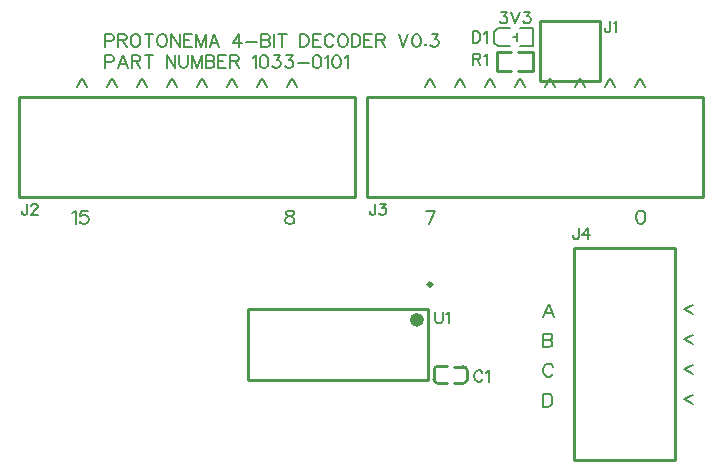
<source format=gto>
G04 Layer: TopSilkscreenLayer*
G04 EasyEDA v6.5.29, 2023-07-18 11:26:45*
G04 0e0841ef75bd4e45b21b8c444bb64f86,5a6b42c53f6a479593ecc07194224c93,10*
G04 Gerber Generator version 0.2*
G04 Scale: 100 percent, Rotated: No, Reflected: No *
G04 Dimensions in millimeters *
G04 leading zeros omitted , absolute positions ,4 integer and 5 decimal *
%FSLAX45Y45*%
%MOMM*%

%ADD10C,0.1524*%
%ADD11C,0.2540*%
%ADD12C,0.1500*%
%ADD13C,0.6000*%
%ADD14C,0.3000*%
%ADD15C,0.0174*%

%LPD*%
D10*
X4769865Y3961637D02*
G01*
X4769865Y3888994D01*
X4765293Y3875278D01*
X4760722Y3870705D01*
X4751577Y3866134D01*
X4742688Y3866134D01*
X4733543Y3870705D01*
X4728972Y3875278D01*
X4724400Y3888994D01*
X4724400Y3898137D01*
X4845304Y3961637D02*
G01*
X4799838Y3898137D01*
X4867909Y3898137D01*
X4845304Y3961637D02*
G01*
X4845304Y3866134D01*
X3045459Y4168394D02*
G01*
X3045459Y4095750D01*
X3040888Y4082034D01*
X3036315Y4077715D01*
X3027172Y4073144D01*
X3018281Y4073144D01*
X3009138Y4077715D01*
X3004565Y4082034D01*
X2999993Y4095750D01*
X2999993Y4104894D01*
X3084575Y4168394D02*
G01*
X3134613Y4168394D01*
X3107181Y4132071D01*
X3120897Y4132071D01*
X3130041Y4127500D01*
X3134613Y4123181D01*
X3139186Y4109465D01*
X3139186Y4100321D01*
X3134613Y4086605D01*
X3125470Y4077715D01*
X3111754Y4073144D01*
X3098291Y4073144D01*
X3084575Y4077715D01*
X3080004Y4082034D01*
X3075431Y4091178D01*
X99060Y4168394D02*
G01*
X99060Y4095750D01*
X94487Y4082034D01*
X89915Y4077715D01*
X80771Y4073144D01*
X71881Y4073144D01*
X62737Y4077715D01*
X58165Y4082034D01*
X53594Y4095750D01*
X53594Y4104894D01*
X133604Y4145787D02*
G01*
X133604Y4150360D01*
X138176Y4159504D01*
X142747Y4164076D01*
X151892Y4168394D01*
X169926Y4168394D01*
X179070Y4164076D01*
X183642Y4159504D01*
X188213Y4150360D01*
X188213Y4141215D01*
X183642Y4132071D01*
X174497Y4118610D01*
X129031Y4073144D01*
X192786Y4073144D01*
X482600Y4087113D02*
G01*
X493521Y4092447D01*
X509778Y4108957D01*
X509778Y3994404D01*
X611378Y4108957D02*
G01*
X556768Y4108957D01*
X551434Y4059681D01*
X556768Y4065270D01*
X573023Y4070604D01*
X589534Y4070604D01*
X605789Y4065270D01*
X616712Y4054347D01*
X622300Y4038092D01*
X622300Y4027170D01*
X616712Y4010660D01*
X605789Y3999737D01*
X589534Y3994404D01*
X573023Y3994404D01*
X556768Y3999737D01*
X551434Y4005326D01*
X545845Y4016247D01*
X2313177Y4108957D02*
G01*
X2296922Y4103370D01*
X2291334Y4092447D01*
X2291334Y4081526D01*
X2296922Y4070604D01*
X2307843Y4065270D01*
X2329688Y4059681D01*
X2345943Y4054347D01*
X2356865Y4043426D01*
X2362454Y4032504D01*
X2362454Y4016247D01*
X2356865Y4005326D01*
X2351531Y3999737D01*
X2335022Y3994404D01*
X2313177Y3994404D01*
X2296922Y3999737D01*
X2291334Y4005326D01*
X2286000Y4016247D01*
X2286000Y4032504D01*
X2291334Y4043426D01*
X2302256Y4054347D01*
X2318765Y4059681D01*
X2340609Y4065270D01*
X2351531Y4070604D01*
X2356865Y4081526D01*
X2356865Y4092447D01*
X2351531Y4103370D01*
X2335022Y4108957D01*
X2313177Y4108957D01*
X3556254Y4108957D02*
G01*
X3501643Y3994404D01*
X3479800Y4108957D02*
G01*
X3556254Y4108957D01*
X5290565Y4108957D02*
G01*
X5274056Y4103370D01*
X5263134Y4087113D01*
X5257800Y4059681D01*
X5257800Y4043426D01*
X5263134Y4016247D01*
X5274056Y3999737D01*
X5290565Y3994404D01*
X5301488Y3994404D01*
X5317743Y3999737D01*
X5328665Y4016247D01*
X5334254Y4043426D01*
X5334254Y4059681D01*
X5328665Y4087113D01*
X5317743Y4103370D01*
X5301488Y4108957D01*
X5290565Y4108957D01*
X762000Y5601715D02*
G01*
X762000Y5492750D01*
X762000Y5601715D02*
G01*
X808736Y5601715D01*
X824229Y5596636D01*
X829563Y5591302D01*
X834644Y5580887D01*
X834644Y5565394D01*
X829563Y5554979D01*
X824229Y5549900D01*
X808736Y5544565D01*
X762000Y5544565D01*
X868934Y5601715D02*
G01*
X868934Y5492750D01*
X868934Y5601715D02*
G01*
X915670Y5601715D01*
X931418Y5596636D01*
X936497Y5591302D01*
X941831Y5580887D01*
X941831Y5570473D01*
X936497Y5560060D01*
X931418Y5554979D01*
X915670Y5549900D01*
X868934Y5549900D01*
X905510Y5549900D02*
G01*
X941831Y5492750D01*
X1007110Y5601715D02*
G01*
X996950Y5596636D01*
X986536Y5586221D01*
X981202Y5575807D01*
X976121Y5560060D01*
X976121Y5534152D01*
X981202Y5518657D01*
X986536Y5508244D01*
X996950Y5497829D01*
X1007110Y5492750D01*
X1027937Y5492750D01*
X1038352Y5497829D01*
X1048765Y5508244D01*
X1054100Y5518657D01*
X1059179Y5534152D01*
X1059179Y5560060D01*
X1054100Y5575807D01*
X1048765Y5586221D01*
X1038352Y5596636D01*
X1027937Y5601715D01*
X1007110Y5601715D01*
X1129792Y5601715D02*
G01*
X1129792Y5492750D01*
X1093470Y5601715D02*
G01*
X1166113Y5601715D01*
X1231645Y5601715D02*
G01*
X1221231Y5596636D01*
X1210818Y5586221D01*
X1205737Y5575807D01*
X1200404Y5560060D01*
X1200404Y5534152D01*
X1205737Y5518657D01*
X1210818Y5508244D01*
X1221231Y5497829D01*
X1231645Y5492750D01*
X1252473Y5492750D01*
X1262887Y5497829D01*
X1273302Y5508244D01*
X1278381Y5518657D01*
X1283715Y5534152D01*
X1283715Y5560060D01*
X1278381Y5575807D01*
X1273302Y5586221D01*
X1262887Y5596636D01*
X1252473Y5601715D01*
X1231645Y5601715D01*
X1318005Y5601715D02*
G01*
X1318005Y5492750D01*
X1318005Y5601715D02*
G01*
X1390650Y5492750D01*
X1390650Y5601715D02*
G01*
X1390650Y5492750D01*
X1424939Y5601715D02*
G01*
X1424939Y5492750D01*
X1424939Y5601715D02*
G01*
X1492504Y5601715D01*
X1424939Y5549900D02*
G01*
X1466595Y5549900D01*
X1424939Y5492750D02*
G01*
X1492504Y5492750D01*
X1526794Y5601715D02*
G01*
X1526794Y5492750D01*
X1526794Y5601715D02*
G01*
X1568450Y5492750D01*
X1609852Y5601715D02*
G01*
X1568450Y5492750D01*
X1609852Y5601715D02*
G01*
X1609852Y5492750D01*
X1685797Y5601715D02*
G01*
X1644142Y5492750D01*
X1685797Y5601715D02*
G01*
X1727200Y5492750D01*
X1659889Y5529071D02*
G01*
X1711705Y5529071D01*
X1893570Y5601715D02*
G01*
X1841500Y5529071D01*
X1919478Y5529071D01*
X1893570Y5601715D02*
G01*
X1893570Y5492750D01*
X1953768Y5539486D02*
G01*
X2047240Y5539486D01*
X2081529Y5601715D02*
G01*
X2081529Y5492750D01*
X2081529Y5601715D02*
G01*
X2128520Y5601715D01*
X2144013Y5596636D01*
X2149093Y5591302D01*
X2154427Y5580887D01*
X2154427Y5570473D01*
X2149093Y5560060D01*
X2144013Y5554979D01*
X2128520Y5549900D01*
X2081529Y5549900D02*
G01*
X2128520Y5549900D01*
X2144013Y5544565D01*
X2149093Y5539486D01*
X2154427Y5529071D01*
X2154427Y5513323D01*
X2149093Y5502910D01*
X2144013Y5497829D01*
X2128520Y5492750D01*
X2081529Y5492750D01*
X2188718Y5601715D02*
G01*
X2188718Y5492750D01*
X2259329Y5601715D02*
G01*
X2259329Y5492750D01*
X2223008Y5601715D02*
G01*
X2295652Y5601715D01*
X2409952Y5601715D02*
G01*
X2409952Y5492750D01*
X2409952Y5601715D02*
G01*
X2446274Y5601715D01*
X2462022Y5596636D01*
X2472436Y5586221D01*
X2477515Y5575807D01*
X2482850Y5560060D01*
X2482850Y5534152D01*
X2477515Y5518657D01*
X2472436Y5508244D01*
X2462022Y5497829D01*
X2446274Y5492750D01*
X2409952Y5492750D01*
X2517140Y5601715D02*
G01*
X2517140Y5492750D01*
X2517140Y5601715D02*
G01*
X2584450Y5601715D01*
X2517140Y5549900D02*
G01*
X2558541Y5549900D01*
X2517140Y5492750D02*
G01*
X2584450Y5492750D01*
X2696718Y5575807D02*
G01*
X2691638Y5586221D01*
X2681224Y5596636D01*
X2670809Y5601715D01*
X2649981Y5601715D01*
X2639568Y5596636D01*
X2629154Y5586221D01*
X2624074Y5575807D01*
X2618740Y5560060D01*
X2618740Y5534152D01*
X2624074Y5518657D01*
X2629154Y5508244D01*
X2639568Y5497829D01*
X2649981Y5492750D01*
X2670809Y5492750D01*
X2681224Y5497829D01*
X2691638Y5508244D01*
X2696718Y5518657D01*
X2762250Y5601715D02*
G01*
X2751836Y5596636D01*
X2741422Y5586221D01*
X2736341Y5575807D01*
X2731008Y5560060D01*
X2731008Y5534152D01*
X2736341Y5518657D01*
X2741422Y5508244D01*
X2751836Y5497829D01*
X2762250Y5492750D01*
X2783077Y5492750D01*
X2793491Y5497829D01*
X2803906Y5508244D01*
X2808986Y5518657D01*
X2814320Y5534152D01*
X2814320Y5560060D01*
X2808986Y5575807D01*
X2803906Y5586221D01*
X2793491Y5596636D01*
X2783077Y5601715D01*
X2762250Y5601715D01*
X2848609Y5601715D02*
G01*
X2848609Y5492750D01*
X2848609Y5601715D02*
G01*
X2884931Y5601715D01*
X2900425Y5596636D01*
X2910840Y5586221D01*
X2915920Y5575807D01*
X2921254Y5560060D01*
X2921254Y5534152D01*
X2915920Y5518657D01*
X2910840Y5508244D01*
X2900425Y5497829D01*
X2884931Y5492750D01*
X2848609Y5492750D01*
X2955543Y5601715D02*
G01*
X2955543Y5492750D01*
X2955543Y5601715D02*
G01*
X3023108Y5601715D01*
X2955543Y5549900D02*
G01*
X2997200Y5549900D01*
X2955543Y5492750D02*
G01*
X3023108Y5492750D01*
X3057397Y5601715D02*
G01*
X3057397Y5492750D01*
X3057397Y5601715D02*
G01*
X3104134Y5601715D01*
X3119627Y5596636D01*
X3124961Y5591302D01*
X3130041Y5580887D01*
X3130041Y5570473D01*
X3124961Y5560060D01*
X3119627Y5554979D01*
X3104134Y5549900D01*
X3057397Y5549900D01*
X3093720Y5549900D02*
G01*
X3130041Y5492750D01*
X3244341Y5601715D02*
G01*
X3285997Y5492750D01*
X3327400Y5601715D02*
G01*
X3285997Y5492750D01*
X3392931Y5601715D02*
G01*
X3377438Y5596636D01*
X3367024Y5580887D01*
X3361690Y5554979D01*
X3361690Y5539486D01*
X3367024Y5513323D01*
X3377438Y5497829D01*
X3392931Y5492750D01*
X3403345Y5492750D01*
X3418840Y5497829D01*
X3429254Y5513323D01*
X3434588Y5539486D01*
X3434588Y5554979D01*
X3429254Y5580887D01*
X3418840Y5596636D01*
X3403345Y5601715D01*
X3392931Y5601715D01*
X3473958Y5518657D02*
G01*
X3468877Y5513323D01*
X3473958Y5508244D01*
X3479291Y5513323D01*
X3473958Y5518657D01*
X3523995Y5601715D02*
G01*
X3581145Y5601715D01*
X3549904Y5560060D01*
X3565397Y5560060D01*
X3575811Y5554979D01*
X3581145Y5549900D01*
X3586225Y5534152D01*
X3586225Y5523737D01*
X3581145Y5508244D01*
X3570731Y5497829D01*
X3554984Y5492750D01*
X3539490Y5492750D01*
X3523995Y5497829D01*
X3518661Y5502910D01*
X3513581Y5513323D01*
X762000Y5423915D02*
G01*
X762000Y5314950D01*
X762000Y5423915D02*
G01*
X808736Y5423915D01*
X824229Y5418836D01*
X829563Y5413502D01*
X834644Y5403087D01*
X834644Y5387594D01*
X829563Y5377179D01*
X824229Y5372100D01*
X808736Y5366765D01*
X762000Y5366765D01*
X910589Y5423915D02*
G01*
X868934Y5314950D01*
X910589Y5423915D02*
G01*
X952245Y5314950D01*
X884681Y5351271D02*
G01*
X936497Y5351271D01*
X986536Y5423915D02*
G01*
X986536Y5314950D01*
X986536Y5423915D02*
G01*
X1033271Y5423915D01*
X1048765Y5418836D01*
X1054100Y5413502D01*
X1059179Y5403087D01*
X1059179Y5392673D01*
X1054100Y5382260D01*
X1048765Y5377179D01*
X1033271Y5372100D01*
X986536Y5372100D01*
X1022857Y5372100D02*
G01*
X1059179Y5314950D01*
X1129792Y5423915D02*
G01*
X1129792Y5314950D01*
X1093470Y5423915D02*
G01*
X1166113Y5423915D01*
X1280413Y5423915D02*
G01*
X1280413Y5314950D01*
X1280413Y5423915D02*
G01*
X1353312Y5314950D01*
X1353312Y5423915D02*
G01*
X1353312Y5314950D01*
X1387602Y5423915D02*
G01*
X1387602Y5345937D01*
X1392681Y5330444D01*
X1403095Y5320029D01*
X1418589Y5314950D01*
X1429004Y5314950D01*
X1444752Y5320029D01*
X1455165Y5330444D01*
X1460245Y5345937D01*
X1460245Y5423915D01*
X1494536Y5423915D02*
G01*
X1494536Y5314950D01*
X1494536Y5423915D02*
G01*
X1536192Y5314950D01*
X1577594Y5423915D02*
G01*
X1536192Y5314950D01*
X1577594Y5423915D02*
G01*
X1577594Y5314950D01*
X1611884Y5423915D02*
G01*
X1611884Y5314950D01*
X1611884Y5423915D02*
G01*
X1658620Y5423915D01*
X1674368Y5418836D01*
X1679447Y5413502D01*
X1684781Y5403087D01*
X1684781Y5392673D01*
X1679447Y5382260D01*
X1674368Y5377179D01*
X1658620Y5372100D01*
X1611884Y5372100D02*
G01*
X1658620Y5372100D01*
X1674368Y5366765D01*
X1679447Y5361686D01*
X1684781Y5351271D01*
X1684781Y5335523D01*
X1679447Y5325110D01*
X1674368Y5320029D01*
X1658620Y5314950D01*
X1611884Y5314950D01*
X1719071Y5423915D02*
G01*
X1719071Y5314950D01*
X1719071Y5423915D02*
G01*
X1786636Y5423915D01*
X1719071Y5372100D02*
G01*
X1760473Y5372100D01*
X1719071Y5314950D02*
G01*
X1786636Y5314950D01*
X1820926Y5423915D02*
G01*
X1820926Y5314950D01*
X1820926Y5423915D02*
G01*
X1867662Y5423915D01*
X1883155Y5418836D01*
X1888489Y5413502D01*
X1893570Y5403087D01*
X1893570Y5392673D01*
X1888489Y5382260D01*
X1883155Y5377179D01*
X1867662Y5372100D01*
X1820926Y5372100D01*
X1857247Y5372100D02*
G01*
X1893570Y5314950D01*
X2007870Y5403087D02*
G01*
X2018284Y5408421D01*
X2033777Y5423915D01*
X2033777Y5314950D01*
X2099309Y5423915D02*
G01*
X2083815Y5418836D01*
X2073402Y5403087D01*
X2068068Y5377179D01*
X2068068Y5361686D01*
X2073402Y5335523D01*
X2083815Y5320029D01*
X2099309Y5314950D01*
X2109724Y5314950D01*
X2125218Y5320029D01*
X2135631Y5335523D01*
X2140965Y5361686D01*
X2140965Y5377179D01*
X2135631Y5403087D01*
X2125218Y5418836D01*
X2109724Y5423915D01*
X2099309Y5423915D01*
X2185670Y5423915D02*
G01*
X2242820Y5423915D01*
X2211577Y5382260D01*
X2227072Y5382260D01*
X2237486Y5377179D01*
X2242820Y5372100D01*
X2247900Y5356352D01*
X2247900Y5345937D01*
X2242820Y5330444D01*
X2232406Y5320029D01*
X2216658Y5314950D01*
X2201163Y5314950D01*
X2185670Y5320029D01*
X2180336Y5325110D01*
X2175256Y5335523D01*
X2292604Y5423915D02*
G01*
X2349754Y5423915D01*
X2318511Y5382260D01*
X2334259Y5382260D01*
X2344420Y5377179D01*
X2349754Y5372100D01*
X2354834Y5356352D01*
X2354834Y5345937D01*
X2349754Y5330444D01*
X2339340Y5320029D01*
X2323845Y5314950D01*
X2308097Y5314950D01*
X2292604Y5320029D01*
X2287270Y5325110D01*
X2282190Y5335523D01*
X2389124Y5361686D02*
G01*
X2482850Y5361686D01*
X2548127Y5423915D02*
G01*
X2532634Y5418836D01*
X2522220Y5403087D01*
X2517140Y5377179D01*
X2517140Y5361686D01*
X2522220Y5335523D01*
X2532634Y5320029D01*
X2548127Y5314950D01*
X2558541Y5314950D01*
X2574290Y5320029D01*
X2584450Y5335523D01*
X2589784Y5361686D01*
X2589784Y5377179D01*
X2584450Y5403087D01*
X2574290Y5418836D01*
X2558541Y5423915D01*
X2548127Y5423915D01*
X2624074Y5403087D02*
G01*
X2634488Y5408421D01*
X2649981Y5423915D01*
X2649981Y5314950D01*
X2715513Y5423915D02*
G01*
X2700020Y5418836D01*
X2689606Y5403087D01*
X2684272Y5377179D01*
X2684272Y5361686D01*
X2689606Y5335523D01*
X2700020Y5320029D01*
X2715513Y5314950D01*
X2725927Y5314950D01*
X2741422Y5320029D01*
X2751836Y5335523D01*
X2757170Y5361686D01*
X2757170Y5377179D01*
X2751836Y5403087D01*
X2741422Y5418836D01*
X2725927Y5423915D01*
X2715513Y5423915D01*
X2791459Y5403087D02*
G01*
X2801620Y5408421D01*
X2817368Y5423915D01*
X2817368Y5314950D01*
X4514088Y3321557D02*
G01*
X4470400Y3207004D01*
X4514088Y3321557D02*
G01*
X4557775Y3207004D01*
X4486656Y3245104D02*
G01*
X4541265Y3245104D01*
X4470400Y3067557D02*
G01*
X4470400Y2953004D01*
X4470400Y3067557D02*
G01*
X4519422Y3067557D01*
X4535931Y3061970D01*
X4541265Y3056636D01*
X4546854Y3045713D01*
X4546854Y3034792D01*
X4541265Y3023870D01*
X4535931Y3018281D01*
X4519422Y3012947D01*
X4470400Y3012947D02*
G01*
X4519422Y3012947D01*
X4535931Y3007613D01*
X4541265Y3002026D01*
X4546854Y2991104D01*
X4546854Y2974847D01*
X4541265Y2963926D01*
X4535931Y2958337D01*
X4519422Y2953004D01*
X4470400Y2953004D01*
X4552188Y2786126D02*
G01*
X4546854Y2797047D01*
X4535931Y2807970D01*
X4525009Y2813557D01*
X4503165Y2813557D01*
X4492243Y2807970D01*
X4481322Y2797047D01*
X4475734Y2786126D01*
X4470400Y2769870D01*
X4470400Y2742692D01*
X4475734Y2726181D01*
X4481322Y2715260D01*
X4492243Y2704337D01*
X4503165Y2699004D01*
X4525009Y2699004D01*
X4535931Y2704337D01*
X4546854Y2715260D01*
X4552188Y2726181D01*
X4470400Y2559557D02*
G01*
X4470400Y2445004D01*
X4470400Y2559557D02*
G01*
X4508500Y2559557D01*
X4525009Y2553970D01*
X4535931Y2543047D01*
X4541265Y2532126D01*
X4546854Y2515870D01*
X4546854Y2488692D01*
X4541265Y2472181D01*
X4535931Y2461260D01*
X4525009Y2450337D01*
X4508500Y2445004D01*
X4470400Y2445004D01*
X4111243Y5790437D02*
G01*
X4161281Y5790437D01*
X4133850Y5754115D01*
X4147565Y5754115D01*
X4156709Y5749544D01*
X4161281Y5744971D01*
X4165854Y5731510D01*
X4165854Y5722365D01*
X4161281Y5708650D01*
X4152138Y5699505D01*
X4138422Y5694934D01*
X4124706Y5694934D01*
X4111243Y5699505D01*
X4106672Y5704078D01*
X4102100Y5713221D01*
X4195825Y5790437D02*
G01*
X4232147Y5694934D01*
X4268470Y5790437D02*
G01*
X4232147Y5694934D01*
X4307586Y5790437D02*
G01*
X4357624Y5790437D01*
X4330191Y5754115D01*
X4343908Y5754115D01*
X4353052Y5749544D01*
X4357624Y5744971D01*
X4362195Y5731510D01*
X4362195Y5722365D01*
X4357624Y5708650D01*
X4348479Y5699505D01*
X4334763Y5694934D01*
X4321302Y5694934D01*
X4307586Y5699505D01*
X4303013Y5704078D01*
X4298441Y5713221D01*
X5736869Y3313048D02*
G01*
X5664225Y3272154D01*
X5736869Y3231261D01*
X5736869Y3059048D02*
G01*
X5664225Y3018154D01*
X5736869Y2977261D01*
X5736869Y2805048D02*
G01*
X5664225Y2764154D01*
X5736869Y2723261D01*
X5736869Y2551048D02*
G01*
X5664225Y2510154D01*
X5736869Y2469261D01*
X522574Y5156083D02*
G01*
X563722Y5228981D01*
X604616Y5156083D01*
X776574Y5156083D02*
G01*
X817722Y5228981D01*
X858616Y5156083D01*
X1030574Y5156083D02*
G01*
X1071722Y5228981D01*
X1112616Y5156083D01*
X1284574Y5156083D02*
G01*
X1325722Y5228981D01*
X1366616Y5156083D01*
X1538574Y5156083D02*
G01*
X1579722Y5228981D01*
X1620616Y5156083D01*
X1792574Y5156083D02*
G01*
X1833722Y5228981D01*
X1874616Y5156083D01*
X2046574Y5156083D02*
G01*
X2087722Y5228981D01*
X2128616Y5156083D01*
X2300574Y5156083D02*
G01*
X2341722Y5228981D01*
X2382616Y5156083D01*
X3468974Y5156083D02*
G01*
X3510122Y5228981D01*
X3551016Y5156083D01*
X3722974Y5156083D02*
G01*
X3764122Y5228981D01*
X3805016Y5156083D01*
X3976974Y5156083D02*
G01*
X4018122Y5228981D01*
X4059016Y5156083D01*
X4230974Y5156083D02*
G01*
X4272122Y5228981D01*
X4313016Y5156083D01*
X4484974Y5156083D02*
G01*
X4526122Y5228981D01*
X4567016Y5156083D01*
X4738974Y5156083D02*
G01*
X4780122Y5228981D01*
X4821016Y5156083D01*
X4992974Y5156083D02*
G01*
X5034122Y5228981D01*
X5075016Y5156083D01*
X5246974Y5156083D02*
G01*
X5288122Y5228981D01*
X5329016Y5156083D01*
X5036565Y5714237D02*
G01*
X5036565Y5641594D01*
X5031993Y5627878D01*
X5027422Y5623305D01*
X5018277Y5618734D01*
X5009388Y5618734D01*
X5000243Y5623305D01*
X4995672Y5627878D01*
X4991100Y5641594D01*
X4991100Y5650737D01*
X5066538Y5696204D02*
G01*
X5075681Y5700776D01*
X5089397Y5714237D01*
X5089397Y5618734D01*
X3954272Y2732531D02*
G01*
X3949954Y2741676D01*
X3940809Y2750565D01*
X3931665Y2755137D01*
X3913377Y2755137D01*
X3904488Y2750565D01*
X3895343Y2741676D01*
X3890772Y2732531D01*
X3886200Y2718815D01*
X3886200Y2696210D01*
X3890772Y2682494D01*
X3895343Y2673350D01*
X3904488Y2664205D01*
X3913377Y2659634D01*
X3931665Y2659634D01*
X3940809Y2664205D01*
X3949954Y2673350D01*
X3954272Y2682494D01*
X3984497Y2737104D02*
G01*
X3993388Y2741676D01*
X4007104Y2755137D01*
X4007104Y2659634D01*
X3873500Y5434837D02*
G01*
X3873500Y5339334D01*
X3873500Y5434837D02*
G01*
X3914393Y5434837D01*
X3928109Y5430265D01*
X3932681Y5425694D01*
X3937254Y5416804D01*
X3937254Y5407660D01*
X3932681Y5398515D01*
X3928109Y5393944D01*
X3914393Y5389371D01*
X3873500Y5389371D01*
X3905250Y5389371D02*
G01*
X3937254Y5339334D01*
X3967225Y5416804D02*
G01*
X3976115Y5421376D01*
X3989831Y5434837D01*
X3989831Y5339334D01*
X3873500Y5625337D02*
G01*
X3873500Y5529834D01*
X3873500Y5625337D02*
G01*
X3905250Y5625337D01*
X3918965Y5620765D01*
X3928109Y5611876D01*
X3932681Y5602731D01*
X3937254Y5589015D01*
X3937254Y5566410D01*
X3932681Y5552694D01*
X3928109Y5543550D01*
X3918965Y5534405D01*
X3905250Y5529834D01*
X3873500Y5529834D01*
X3967225Y5607304D02*
G01*
X3976115Y5611876D01*
X3989831Y5625337D01*
X3989831Y5529834D01*
X3556000Y3250437D02*
G01*
X3556000Y3182365D01*
X3560572Y3168650D01*
X3569715Y3159505D01*
X3583177Y3154934D01*
X3592322Y3154934D01*
X3606038Y3159505D01*
X3615181Y3168650D01*
X3619754Y3182365D01*
X3619754Y3250437D01*
X3649725Y3232404D02*
G01*
X3658615Y3236976D01*
X3672331Y3250437D01*
X3672331Y3154934D01*
D11*
X3543998Y2677822D02*
G01*
X3543998Y2757825D01*
X3654973Y2646837D02*
G01*
X3574976Y2646837D01*
X3654973Y2788803D02*
G01*
X3574976Y2788803D01*
X3712563Y2646255D02*
G01*
X3792562Y2646255D01*
X3823545Y2677238D02*
G01*
X3823545Y2757236D01*
X3712563Y2788216D02*
G01*
X3792562Y2788216D01*
X4074038Y5291587D02*
G01*
X4074038Y5451591D01*
X4384095Y5292097D02*
G01*
X4384095Y5452102D01*
X4199034Y5451591D02*
G01*
X4074038Y5451591D01*
X4199034Y5291587D02*
G01*
X4074038Y5291587D01*
X4259092Y5452102D02*
G01*
X4384095Y5452102D01*
X4259092Y5292097D02*
G01*
X4384095Y5292097D01*
D12*
X4246100Y5575523D02*
G01*
X4212099Y5575523D01*
X4054093Y5540296D02*
G01*
X4054093Y5530293D01*
X4084088Y5500291D01*
X4269094Y5650298D02*
G01*
X4384095Y5650298D01*
X4269094Y5500291D02*
G01*
X4384095Y5500291D01*
X4189095Y5650298D02*
G01*
X4084088Y5650298D01*
X4189095Y5500291D02*
G01*
X4084088Y5500291D01*
X4384095Y5650285D02*
G01*
X4384095Y5502295D01*
X4054093Y5610288D02*
G01*
X4054093Y5540296D01*
X4054093Y5610288D02*
G01*
X4054093Y5620303D01*
X4084088Y5650298D01*
X4246100Y5610296D02*
G01*
X4246100Y5542297D01*
D11*
X3490501Y2674010D02*
G01*
X1970498Y2674010D01*
X1970498Y3274009D01*
X3490501Y3274009D01*
X3490501Y2674010D01*
G75*
G01*
X3823551Y2677239D02*
G02*
X3792568Y2646256I-30983J0D01*
G75*
G01*
X3792568Y2788222D02*
G02*
X3823551Y2757236I0J-30983D01*
G75*
G01*
X3574981Y2646837D02*
G02*
X3543999Y2677823I0J30983D01*
G75*
G01*
X3543999Y2757820D02*
G02*
X3574981Y2788803I30982J0D01*
D13*
G75*
G01*
X3400552Y3154096D02*
G03*
X3400044Y3154096I-254J29999D01*
D14*
G75*
G01*
X3510534Y3469056D02*
G03*
X3510280Y3469056I-127J15001D01*
D11*
X4731207Y3794887D02*
G01*
X5581218Y3794887D01*
X5581218Y1994890D01*
X4731207Y1994890D01*
X4731207Y3794887D01*
X2974593Y5073218D02*
G01*
X5824600Y5073218D01*
X5824600Y4223207D01*
X2974593Y4223207D01*
X2974593Y5073218D01*
X28194Y5073218D02*
G01*
X2878201Y5073218D01*
X2878201Y4223207D01*
X28194Y4223207D01*
X28194Y5073218D01*
X4445000Y5715000D02*
G01*
X4953000Y5715000D01*
X4953000Y5207000D01*
X4445000Y5207000D01*
X4445000Y5715000D01*
M02*

</source>
